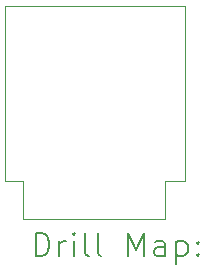
<source format=gbr>
%TF.GenerationSoftware,KiCad,Pcbnew,8.0.1-8.0.1-1~ubuntu22.04.1*%
%TF.CreationDate,2024-05-09T18:35:26+02:00*%
%TF.ProjectId,FCK_SM-028_V1.3,46434b5f-534d-42d3-9032-385f56312e33,rev?*%
%TF.SameCoordinates,Original*%
%TF.FileFunction,Drillmap*%
%TF.FilePolarity,Positive*%
%FSLAX45Y45*%
G04 Gerber Fmt 4.5, Leading zero omitted, Abs format (unit mm)*
G04 Created by KiCad (PCBNEW 8.0.1-8.0.1-1~ubuntu22.04.1) date 2024-05-09 18:35:26*
%MOMM*%
%LPD*%
G01*
G04 APERTURE LIST*
%ADD10C,0.100000*%
%ADD11C,0.200000*%
G04 APERTURE END LIST*
D10*
X13140000Y-9810000D02*
X12990000Y-9810000D01*
X12990000Y-9810000D02*
X12990000Y-8330000D01*
X14340000Y-9810000D02*
X14340000Y-10130000D01*
X14510000Y-8330000D02*
X14510000Y-9810000D01*
X12990000Y-8330000D02*
X14510000Y-8330000D01*
X14340000Y-10130000D02*
X13140000Y-10130000D01*
X13140000Y-10130000D02*
X13140000Y-9810000D01*
X14510000Y-9810000D02*
X14340000Y-9810000D01*
D11*
X13245777Y-10446484D02*
X13245777Y-10246484D01*
X13245777Y-10246484D02*
X13293396Y-10246484D01*
X13293396Y-10246484D02*
X13321967Y-10256008D01*
X13321967Y-10256008D02*
X13341015Y-10275055D01*
X13341015Y-10275055D02*
X13350539Y-10294103D01*
X13350539Y-10294103D02*
X13360062Y-10332198D01*
X13360062Y-10332198D02*
X13360062Y-10360770D01*
X13360062Y-10360770D02*
X13350539Y-10398865D01*
X13350539Y-10398865D02*
X13341015Y-10417912D01*
X13341015Y-10417912D02*
X13321967Y-10436960D01*
X13321967Y-10436960D02*
X13293396Y-10446484D01*
X13293396Y-10446484D02*
X13245777Y-10446484D01*
X13445777Y-10446484D02*
X13445777Y-10313150D01*
X13445777Y-10351246D02*
X13455301Y-10332198D01*
X13455301Y-10332198D02*
X13464824Y-10322674D01*
X13464824Y-10322674D02*
X13483872Y-10313150D01*
X13483872Y-10313150D02*
X13502920Y-10313150D01*
X13569586Y-10446484D02*
X13569586Y-10313150D01*
X13569586Y-10246484D02*
X13560062Y-10256008D01*
X13560062Y-10256008D02*
X13569586Y-10265531D01*
X13569586Y-10265531D02*
X13579110Y-10256008D01*
X13579110Y-10256008D02*
X13569586Y-10246484D01*
X13569586Y-10246484D02*
X13569586Y-10265531D01*
X13693396Y-10446484D02*
X13674348Y-10436960D01*
X13674348Y-10436960D02*
X13664824Y-10417912D01*
X13664824Y-10417912D02*
X13664824Y-10246484D01*
X13798158Y-10446484D02*
X13779110Y-10436960D01*
X13779110Y-10436960D02*
X13769586Y-10417912D01*
X13769586Y-10417912D02*
X13769586Y-10246484D01*
X14026729Y-10446484D02*
X14026729Y-10246484D01*
X14026729Y-10246484D02*
X14093396Y-10389341D01*
X14093396Y-10389341D02*
X14160062Y-10246484D01*
X14160062Y-10246484D02*
X14160062Y-10446484D01*
X14341015Y-10446484D02*
X14341015Y-10341722D01*
X14341015Y-10341722D02*
X14331491Y-10322674D01*
X14331491Y-10322674D02*
X14312443Y-10313150D01*
X14312443Y-10313150D02*
X14274348Y-10313150D01*
X14274348Y-10313150D02*
X14255301Y-10322674D01*
X14341015Y-10436960D02*
X14321967Y-10446484D01*
X14321967Y-10446484D02*
X14274348Y-10446484D01*
X14274348Y-10446484D02*
X14255301Y-10436960D01*
X14255301Y-10436960D02*
X14245777Y-10417912D01*
X14245777Y-10417912D02*
X14245777Y-10398865D01*
X14245777Y-10398865D02*
X14255301Y-10379817D01*
X14255301Y-10379817D02*
X14274348Y-10370293D01*
X14274348Y-10370293D02*
X14321967Y-10370293D01*
X14321967Y-10370293D02*
X14341015Y-10360770D01*
X14436253Y-10313150D02*
X14436253Y-10513150D01*
X14436253Y-10322674D02*
X14455301Y-10313150D01*
X14455301Y-10313150D02*
X14493396Y-10313150D01*
X14493396Y-10313150D02*
X14512443Y-10322674D01*
X14512443Y-10322674D02*
X14521967Y-10332198D01*
X14521967Y-10332198D02*
X14531491Y-10351246D01*
X14531491Y-10351246D02*
X14531491Y-10408389D01*
X14531491Y-10408389D02*
X14521967Y-10427436D01*
X14521967Y-10427436D02*
X14512443Y-10436960D01*
X14512443Y-10436960D02*
X14493396Y-10446484D01*
X14493396Y-10446484D02*
X14455301Y-10446484D01*
X14455301Y-10446484D02*
X14436253Y-10436960D01*
X14617205Y-10427436D02*
X14626729Y-10436960D01*
X14626729Y-10436960D02*
X14617205Y-10446484D01*
X14617205Y-10446484D02*
X14607682Y-10436960D01*
X14607682Y-10436960D02*
X14617205Y-10427436D01*
X14617205Y-10427436D02*
X14617205Y-10446484D01*
X14617205Y-10322674D02*
X14626729Y-10332198D01*
X14626729Y-10332198D02*
X14617205Y-10341722D01*
X14617205Y-10341722D02*
X14607682Y-10332198D01*
X14607682Y-10332198D02*
X14617205Y-10322674D01*
X14617205Y-10322674D02*
X14617205Y-10341722D01*
M02*

</source>
